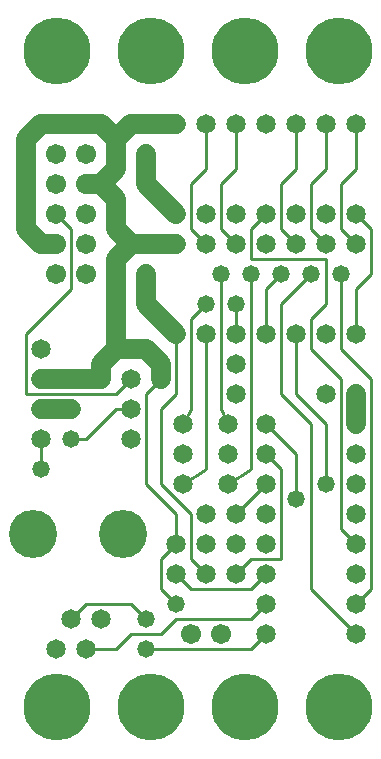
<source format=gtl>
%MOIN*%
%FSLAX25Y25*%
G04 D10 used for Character Trace; *
G04     Circle (OD=.01000) (No hole)*
G04 D11 used for Power Trace; *
G04     Circle (OD=.06500) (No hole)*
G04 D12 used for Signal Trace; *
G04     Circle (OD=.01100) (No hole)*
G04 D13 used for Via; *
G04     Circle (OD=.05800) (Round. Hole ID=.02800)*
G04 D14 used for Component hole; *
G04     Circle (OD=.06500) (Round. Hole ID=.03500)*
G04 D15 used for Component hole; *
G04     Circle (OD=.06700) (Round. Hole ID=.04300)*
G04 D16 used for Component hole; *
G04     Circle (OD=.08100) (Round. Hole ID=.05100)*
G04 D17 used for Component hole; *
G04     Circle (OD=.08900) (Round. Hole ID=.05900)*
G04 D18 used for Component hole; *
G04     Circle (OD=.11300) (Round. Hole ID=.08300)*
G04 D19 used for Component hole; *
G04     Circle (OD=.16000) (Round. Hole ID=.13000)*
G04 D20 used for Component hole; *
G04     Circle (OD=.18300) (Round. Hole ID=.15300)*
G04 D21 used for Component hole; *
G04     Circle (OD=.22291) (Round. Hole ID=.19291)*
%ADD10C,.01000*%
%ADD11C,.06500*%
%ADD12C,.01100*%
%ADD13C,.05800*%
%ADD14C,.06500*%
%ADD15C,.06700*%
%ADD16C,.08100*%
%ADD17C,.08900*%
%ADD18C,.11300*%
%ADD19C,.16000*%
%ADD20C,.18300*%
%ADD21C,.22291*%
%IPPOS*%
%LPD*%
G90*X0Y0D02*D21*X15625Y15625D03*D12*              
X25000Y35000D02*X35000D01*D14*X25000D03*          
X30000Y45000D03*D12*X35000Y35000D02*              
X40000Y40000D01*X50000D01*X55000Y45000D01*        
X80000D01*X85000Y50000D01*D14*D03*D12*            
X60000Y55000D02*X80000D01*X60000D02*              
X55000Y60000D01*D14*D03*D12*X65000D02*            
X60000Y65000D01*D14*X65000Y60000D03*D12*          
X60000Y65000D02*Y80000D01*X50000Y90000D01*        
Y115000D01*X55000Y120000D01*Y140000D01*D14*D03*   
D11*X45000Y150000D01*Y160000D01*D14*D03*          
X55000Y170000D03*D11*X45000D01*D14*D03*D11*       
X40000D01*X35000Y165000D01*Y135000D01*            
X30000Y130000D01*Y125000D01*D13*D03*D11*X10000D01*
D14*D03*D12*X5000Y120000D02*X35000D01*            
X40000Y125000D01*D14*D03*D12*X45000Y90000D02*     
Y120000D01*X55000Y80000D02*X45000Y90000D01*       
X55000Y70000D02*Y80000D01*D14*Y70000D03*D12*      
X50000Y65000D01*Y55000D01*X55000Y50000D01*D13*D03*
X45000Y45000D03*D12*X40000Y50000D01*X25000D01*    
X20000Y45000D01*D14*D03*X15000Y35000D03*D13*      
X45000D03*D12*X80000D01*X85000Y40000D01*D14*D03*  
D12*X115000D02*X100000Y55000D01*D14*              
X115000Y40000D03*Y50000D03*D12*X120000Y55000D01*  
Y125000D01*X110000Y135000D01*Y160000D01*D13*D03*  
D12*X115000Y140000D02*Y155000D01*D14*Y140000D03*  
D12*X100000Y145000D02*X105000Y150000D01*          
X100000Y135000D02*Y145000D01*X110000Y125000D02*   
X100000Y135000D01*X110000Y75000D02*Y125000D01*    
X115000Y70000D02*X110000Y75000D01*D14*            
X115000Y70000D03*Y80000D03*Y60000D03*D12*         
X100000Y55000D02*Y110000D01*X90000Y120000D01*     
Y150000D01*X100000Y160000D01*D13*D03*D12*         
X105000Y150000D02*Y165000D01*D14*X95000Y140000D03*
D12*Y120000D01*X105000Y110000D01*Y90000D01*D13*   
D03*D14*X115000Y100000D03*D12*X95000Y85000D02*    
Y100000D01*D13*Y85000D03*D14*X85000Y90000D03*D12* 
X75000Y80000D01*D14*D03*X85000Y70000D03*X65000D03*
X85000Y80000D03*X72500Y90000D03*D12*              
X80000Y95000D01*Y160000D01*D13*D03*D12*           
X85000Y140000D02*Y155000D01*D14*Y140000D03*D13*   
X75000Y150000D03*D12*Y140000D01*D14*D03*D13*      
X65000Y150000D03*D12*X60000Y145000D01*Y115000D01* 
X57500Y110000D01*D14*D03*Y100000D03*D12*          
X72500Y110000D02*X70000Y115000D01*D14*            
X72500Y110000D03*D12*X70000Y115000D02*Y160000D01* 
D13*D03*D14*X75000Y170000D03*D12*X70000Y175000D01*
Y190000D01*X75000Y195000D01*Y210000D01*D14*D03*   
X85000D03*X65000D03*D12*Y195000D01*               
X60000Y190000D01*Y175000D01*X65000Y170000D01*D14* 
D03*X75000Y180000D03*X55000D03*D11*               
X45000Y190000D01*Y200000D01*D14*D03*              
X55000Y210000D03*D11*X45000D01*D14*D03*D11*       
X40000D01*X35000Y205000D01*Y195000D01*            
X30000Y190000D01*X35000Y185000D01*Y175000D01*     
X40000Y170000D01*D15*X25000Y180000D03*Y170000D03* 
Y160000D03*D12*X20000Y155000D02*Y175000D01*       
X5000Y140000D02*X20000Y155000D01*X5000Y120000D02* 
Y140000D01*D14*X10000Y115000D03*D11*X20000D01*D13*
D03*D14*X10000Y105000D03*D12*Y95000D01*D13*D03*   
X20000Y105000D03*D12*X25000D01*X35000Y115000D01*  
X40000D01*D14*D03*D12*X45000Y120000D02*           
X50000Y125000D01*D13*D03*D11*Y130000D01*          
X45000Y135000D01*X40000D01*D14*D03*D11*X35000D01* 
D14*X10000D03*D15*X15000Y160000D03*D14*           
X65000Y140000D03*D12*Y95000D01*X57500Y90000D01*   
D14*D03*X65000Y80000D03*X72500Y100000D03*         
X40000Y105000D03*X75000Y70000D03*X85000Y100000D03*
D12*X90000Y95000D01*Y65000D01*X80000D01*          
X75000Y60000D01*D14*D03*D12*X80000Y55000D02*      
X85000Y60000D01*D14*D03*D15*X70000Y40000D03*      
X60000D03*D14*X115000Y90000D03*D12*               
X95000Y100000D02*X85000Y110000D01*D14*D03*        
X75000Y120000D03*X105000D03*X75000Y130000D03*     
X105000Y140000D03*X115000Y110000D03*D11*          
Y120000D01*D14*D03*D12*Y155000D02*                
X120000Y160000D01*Y175000D01*X115000Y180000D01*   
D14*D03*D12*Y170000D02*X110000Y175000D01*D14*     
X115000Y170000D03*D12*X110000Y175000D02*          
Y190000D01*X115000Y195000D01*Y210000D01*D14*D03*  
X105000D03*D12*Y195000D01*X100000Y190000D01*      
Y175000D01*X105000Y170000D01*D14*D03*D12*         
X80000Y165000D02*X105000D01*X80000D02*Y175000D01* 
X85000Y180000D01*D14*D03*D12*X95000Y170000D02*    
X90000Y175000D01*D14*X95000Y170000D03*D12*        
X90000Y175000D02*Y190000D01*X95000Y195000D01*     
Y210000D01*D14*D03*D21*X109375Y234375D03*         
X78125D03*D14*X65000Y180000D03*X95000D03*         
X105000D03*X85000Y170000D03*D21*X46875Y234375D03* 
D13*X90000Y160000D03*D12*X85000Y155000D01*D11*    
X35000Y205000D02*X30000Y210000D01*X10000D01*      
X5000Y205000D01*Y175000D01*X10000Y170000D01*      
X15000D01*D15*D03*D12*X20000Y175000D02*           
X15000Y180000D01*D15*D03*X25000Y190000D03*D11*    
X30000D01*D15*X25000Y200000D03*X15000D03*         
Y190000D03*D21*X15625Y234375D03*D19*              
X7500Y73500D03*X37500D03*D21*X46875Y15625D03*     
X78125D03*X109375D03*M02*                         

</source>
